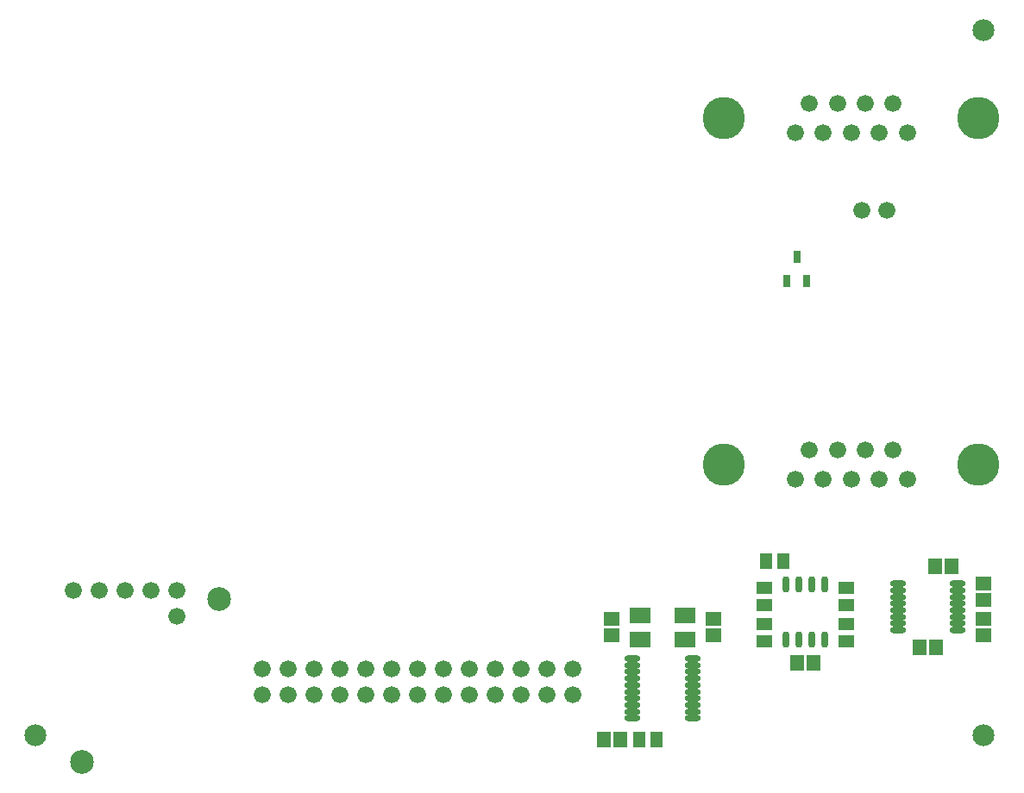
<source format=gts>
G04 Layer_Color=8388736*
%FSLAX44Y44*%
%MOMM*%
G71*
G01*
G75*
%ADD32R,0.7500X1.1500*%
%ADD33O,1.5500X0.6000*%
%ADD34O,0.7500X1.6000*%
%ADD35R,1.6000X1.4500*%
%ADD36R,1.4500X1.6000*%
%ADD37R,1.5500X1.3000*%
%ADD38R,1.3000X1.5500*%
%ADD39R,2.1500X1.5500*%
%ADD40C,1.6740*%
%ADD41C,4.1500*%
%ADD42C,2.3344*%
%ADD43C,2.1500*%
D32*
X772000Y495000D02*
D03*
X791000D02*
D03*
X781500Y519000D02*
D03*
D33*
X620500Y124250D02*
D03*
Y117750D02*
D03*
Y111250D02*
D03*
Y104750D02*
D03*
Y98250D02*
D03*
Y91750D02*
D03*
Y85250D02*
D03*
Y78750D02*
D03*
Y72250D02*
D03*
Y65750D02*
D03*
X679500Y124250D02*
D03*
Y117750D02*
D03*
Y111250D02*
D03*
Y104750D02*
D03*
Y98250D02*
D03*
Y91750D02*
D03*
Y85250D02*
D03*
Y78750D02*
D03*
Y72250D02*
D03*
Y65750D02*
D03*
X880500Y197750D02*
D03*
Y191250D02*
D03*
Y184750D02*
D03*
Y178250D02*
D03*
Y171750D02*
D03*
Y165250D02*
D03*
Y158750D02*
D03*
Y152250D02*
D03*
X939500Y197750D02*
D03*
Y191250D02*
D03*
Y184750D02*
D03*
Y178250D02*
D03*
Y171750D02*
D03*
Y165250D02*
D03*
Y158750D02*
D03*
Y152250D02*
D03*
D34*
X770950Y142750D02*
D03*
X783650D02*
D03*
X796350D02*
D03*
X809050D02*
D03*
X770950Y197250D02*
D03*
X783650D02*
D03*
X796350D02*
D03*
X809050D02*
D03*
D35*
X965000Y147000D02*
D03*
Y163000D02*
D03*
Y182000D02*
D03*
Y198000D02*
D03*
X700000Y163000D02*
D03*
Y147000D02*
D03*
X600000Y147000D02*
D03*
Y163000D02*
D03*
D36*
X918000Y135000D02*
D03*
X902000D02*
D03*
X917000Y215000D02*
D03*
X933000D02*
D03*
X608000Y45000D02*
D03*
X592000D02*
D03*
X798000Y120000D02*
D03*
X782000D02*
D03*
D37*
X830000Y141500D02*
D03*
Y158500D02*
D03*
X750000Y141500D02*
D03*
Y158500D02*
D03*
X830000Y193500D02*
D03*
Y176500D02*
D03*
X750000Y193500D02*
D03*
Y176500D02*
D03*
D38*
X626500Y45000D02*
D03*
X643500D02*
D03*
X768500Y220000D02*
D03*
X751500D02*
D03*
D39*
X672000Y167000D02*
D03*
Y143000D02*
D03*
X628000D02*
D03*
Y167000D02*
D03*
D40*
X889800Y300800D02*
D03*
X835000D02*
D03*
X807600D02*
D03*
X862400D02*
D03*
X780200D02*
D03*
X793900Y329200D02*
D03*
X821300D02*
D03*
X848700D02*
D03*
X876100D02*
D03*
X889800Y640800D02*
D03*
X835000D02*
D03*
X807600D02*
D03*
X862400D02*
D03*
X780200D02*
D03*
X793900Y669200D02*
D03*
X821300D02*
D03*
X848700D02*
D03*
X876100D02*
D03*
X435000Y88900D02*
D03*
Y114300D02*
D03*
X460400D02*
D03*
Y88900D02*
D03*
X485800Y114300D02*
D03*
Y88900D02*
D03*
X511200Y114300D02*
D03*
Y88900D02*
D03*
X536600Y114300D02*
D03*
Y88900D02*
D03*
X562000Y114300D02*
D03*
Y88900D02*
D03*
X409600Y114300D02*
D03*
Y88900D02*
D03*
X384200Y114300D02*
D03*
Y88900D02*
D03*
X358800Y114300D02*
D03*
Y88900D02*
D03*
X333400Y114300D02*
D03*
Y88900D02*
D03*
X308000Y114300D02*
D03*
Y88900D02*
D03*
X282600Y114300D02*
D03*
Y88900D02*
D03*
X257200Y114300D02*
D03*
Y88900D02*
D03*
X870000Y565000D02*
D03*
X845000D02*
D03*
X172710Y166010D02*
D03*
X71110Y191410D02*
D03*
X96510D02*
D03*
X121910D02*
D03*
X147310D02*
D03*
X172710D02*
D03*
D41*
X710050Y315000D02*
D03*
X959950D02*
D03*
X710050Y655000D02*
D03*
X959950D02*
D03*
D42*
X80000Y22500D02*
D03*
X214620Y182520D02*
D03*
D43*
X965100Y49000D02*
D03*
Y741900D02*
D03*
X34200Y49000D02*
D03*
M02*

</source>
